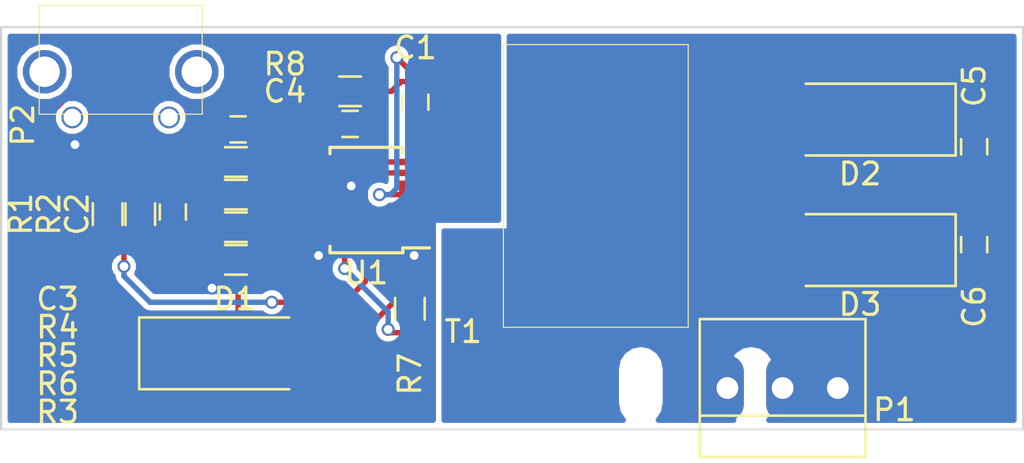
<source format=kicad_pcb>
(kicad_pcb (version 4) (host pcbnew 4.0.6)

  (general
    (links 50)
    (no_connects 0)
    (area 14.649999 9.625 61.750001 32.395001)
    (thickness 1.6)
    (drawings 4)
    (tracks 176)
    (zones 0)
    (modules 21)
    (nets 21)
  )

  (page USLetter)
  (layers
    (0 F.Cu signal)
    (31 B.Cu signal hide)
    (32 B.Adhes user hide)
    (33 F.Adhes user hide)
    (34 B.Paste user)
    (35 F.Paste user)
    (36 B.SilkS user)
    (37 F.SilkS user)
    (38 B.Mask user)
    (39 F.Mask user)
    (40 Dwgs.User user hide)
    (41 Cmts.User user hide)
    (42 Eco1.User user hide)
    (43 Eco2.User user hide)
    (44 Edge.Cuts user)
    (45 Margin user hide)
    (46 B.CrtYd user hide)
    (47 F.CrtYd user hide)
    (48 B.Fab user hide)
    (49 F.Fab user hide)
  )

  (setup
    (last_trace_width 0.25)
    (trace_clearance 0.15)
    (zone_clearance 0.25)
    (zone_45_only yes)
    (trace_min 0.2)
    (segment_width 0.2)
    (edge_width 0.1)
    (via_size 0.6)
    (via_drill 0.4)
    (via_min_size 0.4)
    (via_min_drill 0.3)
    (uvia_size 0.3)
    (uvia_drill 0.1)
    (uvias_allowed no)
    (uvia_min_size 0.2)
    (uvia_min_drill 0.1)
    (pcb_text_width 0.3)
    (pcb_text_size 1.5 1.5)
    (mod_edge_width 0.15)
    (mod_text_size 1 1)
    (mod_text_width 0.15)
    (pad_size 0.9 3)
    (pad_drill 0)
    (pad_to_mask_clearance 0)
    (aux_axis_origin 14.7 30.8)
    (grid_origin 14.7 30.8)
    (visible_elements 7FFFFFFF)
    (pcbplotparams
      (layerselection 0x010fc_80000001)
      (usegerberextensions true)
      (excludeedgelayer true)
      (linewidth 0.100000)
      (plotframeref false)
      (viasonmask false)
      (mode 1)
      (useauxorigin true)
      (hpglpennumber 1)
      (hpglpenspeed 20)
      (hpglpendiameter 15)
      (hpglpenoverlay 2)
      (psnegative false)
      (psa4output false)
      (plotreference true)
      (plotvalue true)
      (plotinvisibletext false)
      (padsonsilk false)
      (subtractmaskfromsilk false)
      (outputformat 1)
      (mirror false)
      (drillshape 0)
      (scaleselection 1)
      (outputdirectory ""))
  )

  (net 0 "")
  (net 1 /Vcc)
  (net 2 /GND)
  (net 3 /vc2)
  (net 4 /ss)
  (net 5 /swfb)
  (net 6 /pos-out)
  (net 7 /gnd-out)
  (net 8 /neg-out)
  (net 9 /switch)
  (net 10 "Net-(D2-Pad2)")
  (net 11 "Net-(D3-Pad2)")
  (net 12 "Net-(P2-Pad2)")
  (net 13 "Net-(P2-Pad3)")
  (net 14 /pwr-in)
  (net 15 /tc)
  (net 16 /rlim)
  (net 17 /vc)
  (net 18 /Rref)
  (net 19 /fb)
  (net 20 "Net-(T1-Pad2)")

  (net_class Default "This is the default net class."
    (clearance 0.15)
    (trace_width 0.25)
    (via_dia 0.6)
    (via_drill 0.4)
    (uvia_dia 0.3)
    (uvia_drill 0.1)
    (add_net /GND)
    (add_net /Rref)
    (add_net /Vcc)
    (add_net /fb)
    (add_net /gnd-out)
    (add_net /neg-out)
    (add_net /pos-out)
    (add_net /pwr-in)
    (add_net /rlim)
    (add_net /ss)
    (add_net /swfb)
    (add_net /switch)
    (add_net /tc)
    (add_net /vc)
    (add_net /vc2)
    (add_net "Net-(D2-Pad2)")
    (add_net "Net-(D3-Pad2)")
    (add_net "Net-(P2-Pad2)")
    (add_net "Net-(P2-Pad3)")
    (add_net "Net-(T1-Pad2)")
  )

  (module Capacitors_SMD:C_0603_HandSoldering (layer F.Cu) (tedit 592B17DC) (tstamp 592B124C)
    (at 33.75 15.75 270)
    (descr "Capacitor SMD 0603, hand soldering")
    (tags "capacitor 0603")
    (path /5913E910)
    (attr smd)
    (fp_text reference C1 (at -2.5 0 360) (layer F.SilkS)
      (effects (font (size 1 1) (thickness 0.15)))
    )
    (fp_text value 10u (at 0 0 270) (layer F.Fab)
      (effects (font (size 0.5 0.5) (thickness 0.075)))
    )
    (fp_text user %R (at -2.75 0 270) (layer F.Fab)
      (effects (font (size 1 1) (thickness 0.15)))
    )
    (fp_line (start -0.8 0.4) (end -0.8 -0.4) (layer F.Fab) (width 0.1))
    (fp_line (start 0.8 0.4) (end -0.8 0.4) (layer F.Fab) (width 0.1))
    (fp_line (start 0.8 -0.4) (end 0.8 0.4) (layer F.Fab) (width 0.1))
    (fp_line (start -0.8 -0.4) (end 0.8 -0.4) (layer F.Fab) (width 0.1))
    (fp_line (start -0.35 -0.6) (end 0.35 -0.6) (layer F.SilkS) (width 0.12))
    (fp_line (start 0.35 0.6) (end -0.35 0.6) (layer F.SilkS) (width 0.12))
    (fp_line (start -1.8 -0.65) (end 1.8 -0.65) (layer F.CrtYd) (width 0.05))
    (fp_line (start -1.8 -0.65) (end -1.8 0.65) (layer F.CrtYd) (width 0.05))
    (fp_line (start 1.8 0.65) (end 1.8 -0.65) (layer F.CrtYd) (width 0.05))
    (fp_line (start 1.8 0.65) (end -1.8 0.65) (layer F.CrtYd) (width 0.05))
    (pad 1 smd rect (at -0.95 0 270) (size 1.2 0.75) (layers F.Cu F.Paste F.Mask)
      (net 1 /Vcc))
    (pad 2 smd rect (at 0.95 0 270) (size 1.2 0.75) (layers F.Cu F.Paste F.Mask)
      (net 2 /GND))
    (model Capacitors_SMD.3dshapes/C_0603.wrl
      (at (xyz 0 0 0))
      (scale (xyz 1 1 1))
      (rotate (xyz 0 0 0))
    )
  )

  (module Capacitors_SMD:C_0603_HandSoldering (layer F.Cu) (tedit 592B4429) (tstamp 592B125D)
    (at 22.6 20.8 270)
    (descr "Capacitor SMD 0603, hand soldering")
    (tags "capacitor 0603")
    (path /5913F1B0)
    (attr smd)
    (fp_text reference C2 (at 0.1 4.4 270) (layer F.SilkS)
      (effects (font (size 1 1) (thickness 0.15)))
    )
    (fp_text value 10n (at 0 0 270) (layer F.Fab)
      (effects (font (size 0.5 0.5) (thickness 0.075)))
    )
    (fp_text user %R (at 0 -1.25 270) (layer F.Fab)
      (effects (font (size 1 1) (thickness 0.15)))
    )
    (fp_line (start -0.8 0.4) (end -0.8 -0.4) (layer F.Fab) (width 0.1))
    (fp_line (start 0.8 0.4) (end -0.8 0.4) (layer F.Fab) (width 0.1))
    (fp_line (start 0.8 -0.4) (end 0.8 0.4) (layer F.Fab) (width 0.1))
    (fp_line (start -0.8 -0.4) (end 0.8 -0.4) (layer F.Fab) (width 0.1))
    (fp_line (start -0.35 -0.6) (end 0.35 -0.6) (layer F.SilkS) (width 0.12))
    (fp_line (start 0.35 0.6) (end -0.35 0.6) (layer F.SilkS) (width 0.12))
    (fp_line (start -1.8 -0.65) (end 1.8 -0.65) (layer F.CrtYd) (width 0.05))
    (fp_line (start -1.8 -0.65) (end -1.8 0.65) (layer F.CrtYd) (width 0.05))
    (fp_line (start 1.8 0.65) (end 1.8 -0.65) (layer F.CrtYd) (width 0.05))
    (fp_line (start 1.8 0.65) (end -1.8 0.65) (layer F.CrtYd) (width 0.05))
    (pad 1 smd rect (at -0.95 0 270) (size 1.2 0.75) (layers F.Cu F.Paste F.Mask)
      (net 3 /vc2))
    (pad 2 smd rect (at 0.95 0 270) (size 1.2 0.75) (layers F.Cu F.Paste F.Mask)
      (net 2 /GND))
    (model Capacitors_SMD.3dshapes/C_0603.wrl
      (at (xyz 0 0 0))
      (scale (xyz 1 1 1))
      (rotate (xyz 0 0 0))
    )
  )

  (module Capacitors_SMD:C_0603_HandSoldering (layer F.Cu) (tedit 592B192E) (tstamp 592B126E)
    (at 25.6 17 180)
    (descr "Capacitor SMD 0603, hand soldering")
    (tags "capacitor 0603")
    (path /5913F1E8)
    (attr smd)
    (fp_text reference C3 (at 8.3 -7.8 180) (layer F.SilkS)
      (effects (font (size 1 1) (thickness 0.15)))
    )
    (fp_text value 10n (at 0 0 180) (layer F.Fab)
      (effects (font (size 0.5 0.5) (thickness 0.075)))
    )
    (fp_text user %R (at 0 -1.25 180) (layer F.Fab)
      (effects (font (size 1 1) (thickness 0.15)))
    )
    (fp_line (start -0.8 0.4) (end -0.8 -0.4) (layer F.Fab) (width 0.1))
    (fp_line (start 0.8 0.4) (end -0.8 0.4) (layer F.Fab) (width 0.1))
    (fp_line (start 0.8 -0.4) (end 0.8 0.4) (layer F.Fab) (width 0.1))
    (fp_line (start -0.8 -0.4) (end 0.8 -0.4) (layer F.Fab) (width 0.1))
    (fp_line (start -0.35 -0.6) (end 0.35 -0.6) (layer F.SilkS) (width 0.12))
    (fp_line (start 0.35 0.6) (end -0.35 0.6) (layer F.SilkS) (width 0.12))
    (fp_line (start -1.8 -0.65) (end 1.8 -0.65) (layer F.CrtYd) (width 0.05))
    (fp_line (start -1.8 -0.65) (end -1.8 0.65) (layer F.CrtYd) (width 0.05))
    (fp_line (start 1.8 0.65) (end 1.8 -0.65) (layer F.CrtYd) (width 0.05))
    (fp_line (start 1.8 0.65) (end -1.8 0.65) (layer F.CrtYd) (width 0.05))
    (pad 1 smd rect (at -0.95 0 180) (size 1.2 0.75) (layers F.Cu F.Paste F.Mask)
      (net 4 /ss))
    (pad 2 smd rect (at 0.95 0 180) (size 1.2 0.75) (layers F.Cu F.Paste F.Mask)
      (net 2 /GND))
    (model Capacitors_SMD.3dshapes/C_0603.wrl
      (at (xyz 0 0 0))
      (scale (xyz 1 1 1))
      (rotate (xyz 0 0 0))
    )
  )

  (module Capacitors_SMD:C_0603_HandSoldering (layer F.Cu) (tedit 592B17A4) (tstamp 592B127F)
    (at 30.75 16.75 180)
    (descr "Capacitor SMD 0603, hand soldering")
    (tags "capacitor 0603")
    (path /59140FD0)
    (attr smd)
    (fp_text reference C4 (at 3 1.5 180) (layer F.SilkS)
      (effects (font (size 1 1) (thickness 0.15)))
    )
    (fp_text value 220n (at 0 0 180) (layer F.Fab)
      (effects (font (size 0.5 0.5) (thickness 0.075)))
    )
    (fp_text user %R (at 0 -1.25 180) (layer F.Fab)
      (effects (font (size 1 1) (thickness 0.15)))
    )
    (fp_line (start -0.8 0.4) (end -0.8 -0.4) (layer F.Fab) (width 0.1))
    (fp_line (start 0.8 0.4) (end -0.8 0.4) (layer F.Fab) (width 0.1))
    (fp_line (start 0.8 -0.4) (end 0.8 0.4) (layer F.Fab) (width 0.1))
    (fp_line (start -0.8 -0.4) (end 0.8 -0.4) (layer F.Fab) (width 0.1))
    (fp_line (start -0.35 -0.6) (end 0.35 -0.6) (layer F.SilkS) (width 0.12))
    (fp_line (start 0.35 0.6) (end -0.35 0.6) (layer F.SilkS) (width 0.12))
    (fp_line (start -1.8 -0.65) (end 1.8 -0.65) (layer F.CrtYd) (width 0.05))
    (fp_line (start -1.8 -0.65) (end -1.8 0.65) (layer F.CrtYd) (width 0.05))
    (fp_line (start 1.8 0.65) (end 1.8 -0.65) (layer F.CrtYd) (width 0.05))
    (fp_line (start 1.8 0.65) (end -1.8 0.65) (layer F.CrtYd) (width 0.05))
    (pad 1 smd rect (at -0.95 0 180) (size 1.2 0.75) (layers F.Cu F.Paste F.Mask)
      (net 1 /Vcc))
    (pad 2 smd rect (at 0.95 0 180) (size 1.2 0.75) (layers F.Cu F.Paste F.Mask)
      (net 5 /swfb))
    (model Capacitors_SMD.3dshapes/C_0603.wrl
      (at (xyz 0 0 0))
      (scale (xyz 1 1 1))
      (rotate (xyz 0 0 0))
    )
  )

  (module Capacitors_SMD:C_0603_HandSoldering (layer F.Cu) (tedit 592B1E0D) (tstamp 592B1290)
    (at 59.45 17.8 270)
    (descr "Capacitor SMD 0603, hand soldering")
    (tags "capacitor 0603")
    (path /59143BF6)
    (attr smd)
    (fp_text reference C5 (at -2.8 0 270) (layer F.SilkS)
      (effects (font (size 1 1) (thickness 0.15)))
    )
    (fp_text value 22u (at 0 0 270) (layer F.Fab)
      (effects (font (size 0.5 0.5) (thickness 0.075)))
    )
    (fp_text user %R (at 0 -1.25 270) (layer F.Fab)
      (effects (font (size 1 1) (thickness 0.15)))
    )
    (fp_line (start -0.8 0.4) (end -0.8 -0.4) (layer F.Fab) (width 0.1))
    (fp_line (start 0.8 0.4) (end -0.8 0.4) (layer F.Fab) (width 0.1))
    (fp_line (start 0.8 -0.4) (end 0.8 0.4) (layer F.Fab) (width 0.1))
    (fp_line (start -0.8 -0.4) (end 0.8 -0.4) (layer F.Fab) (width 0.1))
    (fp_line (start -0.35 -0.6) (end 0.35 -0.6) (layer F.SilkS) (width 0.12))
    (fp_line (start 0.35 0.6) (end -0.35 0.6) (layer F.SilkS) (width 0.12))
    (fp_line (start -1.8 -0.65) (end 1.8 -0.65) (layer F.CrtYd) (width 0.05))
    (fp_line (start -1.8 -0.65) (end -1.8 0.65) (layer F.CrtYd) (width 0.05))
    (fp_line (start 1.8 0.65) (end 1.8 -0.65) (layer F.CrtYd) (width 0.05))
    (fp_line (start 1.8 0.65) (end -1.8 0.65) (layer F.CrtYd) (width 0.05))
    (pad 1 smd rect (at -0.95 0 270) (size 1.2 0.75) (layers F.Cu F.Paste F.Mask)
      (net 6 /pos-out))
    (pad 2 smd rect (at 0.95 0 270) (size 1.2 0.75) (layers F.Cu F.Paste F.Mask)
      (net 7 /gnd-out))
    (model Capacitors_SMD.3dshapes/C_0603.wrl
      (at (xyz 0 0 0))
      (scale (xyz 1 1 1))
      (rotate (xyz 0 0 0))
    )
  )

  (module Capacitors_SMD:C_0603_HandSoldering (layer F.Cu) (tedit 592B1E09) (tstamp 592B12A1)
    (at 59.45 22.3 270)
    (descr "Capacitor SMD 0603, hand soldering")
    (tags "capacitor 0603")
    (path /59143C2F)
    (attr smd)
    (fp_text reference C6 (at 2.85 0 270) (layer F.SilkS)
      (effects (font (size 1 1) (thickness 0.15)))
    )
    (fp_text value 22u (at 0 0 270) (layer F.Fab)
      (effects (font (size 0.5 0.5) (thickness 0.075)))
    )
    (fp_text user %R (at 0 -1.25 270) (layer F.Fab)
      (effects (font (size 1 1) (thickness 0.15)))
    )
    (fp_line (start -0.8 0.4) (end -0.8 -0.4) (layer F.Fab) (width 0.1))
    (fp_line (start 0.8 0.4) (end -0.8 0.4) (layer F.Fab) (width 0.1))
    (fp_line (start 0.8 -0.4) (end 0.8 0.4) (layer F.Fab) (width 0.1))
    (fp_line (start -0.8 -0.4) (end 0.8 -0.4) (layer F.Fab) (width 0.1))
    (fp_line (start -0.35 -0.6) (end 0.35 -0.6) (layer F.SilkS) (width 0.12))
    (fp_line (start 0.35 0.6) (end -0.35 0.6) (layer F.SilkS) (width 0.12))
    (fp_line (start -1.8 -0.65) (end 1.8 -0.65) (layer F.CrtYd) (width 0.05))
    (fp_line (start -1.8 -0.65) (end -1.8 0.65) (layer F.CrtYd) (width 0.05))
    (fp_line (start 1.8 0.65) (end 1.8 -0.65) (layer F.CrtYd) (width 0.05))
    (fp_line (start 1.8 0.65) (end -1.8 0.65) (layer F.CrtYd) (width 0.05))
    (pad 1 smd rect (at -0.95 0 270) (size 1.2 0.75) (layers F.Cu F.Paste F.Mask)
      (net 7 /gnd-out))
    (pad 2 smd rect (at 0.95 0 270) (size 1.2 0.75) (layers F.Cu F.Paste F.Mask)
      (net 8 /neg-out))
    (model Capacitors_SMD.3dshapes/C_0603.wrl
      (at (xyz 0 0 0))
      (scale (xyz 1 1 1))
      (rotate (xyz 0 0 0))
    )
  )

  (module Connect:PINHEAD1-3 (layer F.Cu) (tedit 592B46B1) (tstamp 592B12F9)
    (at 53.181 28.895 180)
    (path /5914574F)
    (fp_text reference P1 (at -2.6 -1 180) (layer F.SilkS)
      (effects (font (size 1 1) (thickness 0.15)))
    )
    (fp_text value CONN_01X03 (at 2.5 0.1 180) (layer F.Fab)
      (effects (font (size 0.5 0.5) (thickness 0.075)))
    )
    (fp_line (start -1.27 -3.17) (end -1.27 3.17) (layer F.SilkS) (width 0.12))
    (fp_line (start 6.35 -3.17) (end 6.35 3.17) (layer F.SilkS) (width 0.12))
    (fp_line (start 6.35 -1.27) (end -1.27 -1.27) (layer F.SilkS) (width 0.12))
    (fp_line (start -1.27 -3.17) (end 6.35 -3.17) (layer F.SilkS) (width 0.12))
    (fp_line (start 6.35 3.17) (end -1.27 3.17) (layer F.SilkS) (width 0.12))
    (fp_line (start -1.52 -3.42) (end 6.6 -3.42) (layer F.CrtYd) (width 0.05))
    (fp_line (start -1.52 -3.42) (end -1.52 3.42) (layer F.CrtYd) (width 0.05))
    (fp_line (start 6.6 3.42) (end 6.6 -3.42) (layer F.CrtYd) (width 0.05))
    (fp_line (start 6.6 3.42) (end -1.52 3.42) (layer F.CrtYd) (width 0.05))
    (pad 1 thru_hole oval (at 0 0 180) (size 1.51 3.01) (drill 1) (layers *.Cu *.Mask)
      (net 6 /pos-out))
    (pad 2 thru_hole oval (at 2.54 0 180) (size 1.51 3.01) (drill 1) (layers *.Cu *.Mask)
      (net 7 /gnd-out))
    (pad 3 thru_hole oval (at 5.08 0 180) (size 1.51 3.01) (drill 1) (layers *.Cu *.Mask)
      (net 8 /neg-out))
  )

  (module MyComponents:USB_Micro-B_UJ2-MIBH2-4-SMT_CircMounts (layer F.Cu) (tedit 592B472D) (tstamp 592B130B)
    (at 20.2 11.3 270)
    (descr "Micro USB Type B Receptacle - CUI Inc. UJ2-MIBH2-4-SMT-TR")
    (tags "USB USB_B USB_micro USB_OTG")
    (path /59146EA7)
    (attr smd)
    (fp_text reference P2 (at 5.5 4.5 270) (layer F.SilkS)
      (effects (font (size 1 1) (thickness 0.15)))
    )
    (fp_text value USB_B (at -0.75 0 360) (layer F.Fab) hide
      (effects (font (size 1 1) (thickness 0.15)))
    )
    (fp_line (start 0 3.75) (end 5 3.75) (layer F.SilkS) (width 0.05))
    (fp_line (start 0 -3.75) (end 5 -3.75) (layer F.SilkS) (width 0.05))
    (fp_line (start 5 3.75) (end 5 -3.75) (layer F.SilkS) (width 0.05))
    (fp_line (start 0 3.75) (end 0 -3.75) (layer F.SilkS) (width 0.05))
    (pad 1 smd rect (at 4.675 -1.3 270) (size 1.35 0.4) (layers F.Cu F.Paste F.Mask)
      (net 1 /Vcc))
    (pad 2 smd rect (at 4.675 -0.65 270) (size 1.35 0.4) (layers F.Cu F.Paste F.Mask)
      (net 12 "Net-(P2-Pad2)"))
    (pad 3 smd rect (at 4.675 0 270) (size 1.35 0.4) (layers F.Cu F.Paste F.Mask)
      (net 13 "Net-(P2-Pad3)"))
    (pad 4 smd rect (at 4.675 0.65 270) (size 1.35 0.4) (layers F.Cu F.Paste F.Mask)
      (net 2 /GND))
    (pad 5 smd rect (at 4.675 1.3 270) (size 1.35 0.4) (layers F.Cu F.Paste F.Mask)
      (net 2 /GND))
    (pad 7 thru_hole circle (at 5.15 2.225 270) (size 1 1) (drill 0.8) (layers *.Cu *.Mask)
      (clearance 0.01))
    (pad 7 thru_hole circle (at 5.15 -2.225 270) (size 1 1) (drill 0.8) (layers *.Cu *.Mask)
      (clearance 0.01))
    (pad 7 thru_hole circle (at 3.05 3.5 270) (size 2 2) (drill 1.4) (layers *.Cu *.Mask))
    (pad 7 thru_hole circle (at 3.05 -3.5 270) (size 2 2) (drill 1.4) (layers *.Cu *.Mask))
    (pad 6 smd rect (at 3.05 0 270) (size 0.9 3) (layers F.Cu F.Paste F.Mask))
  )

  (module Resistors_SMD:R_0603_HandSoldering (layer F.Cu) (tedit 592B4425) (tstamp 592B131C)
    (at 19.6 20.9 90)
    (descr "Resistor SMD 0603, hand soldering")
    (tags "resistor 0603")
    (path /5913E9D0)
    (attr smd)
    (fp_text reference R1 (at 0 -4 90) (layer F.SilkS)
      (effects (font (size 1 1) (thickness 0.15)))
    )
    (fp_text value 200k (at 0 0 90) (layer F.Fab)
      (effects (font (size 0.5 0.5) (thickness 0.075)))
    )
    (fp_text user %R (at 0 0 90) (layer F.Fab)
      (effects (font (size 0.5 0.5) (thickness 0.075)))
    )
    (fp_line (start -0.8 0.4) (end -0.8 -0.4) (layer F.Fab) (width 0.1))
    (fp_line (start 0.8 0.4) (end -0.8 0.4) (layer F.Fab) (width 0.1))
    (fp_line (start 0.8 -0.4) (end 0.8 0.4) (layer F.Fab) (width 0.1))
    (fp_line (start -0.8 -0.4) (end 0.8 -0.4) (layer F.Fab) (width 0.1))
    (fp_line (start 0.5 0.68) (end -0.5 0.68) (layer F.SilkS) (width 0.12))
    (fp_line (start -0.5 -0.68) (end 0.5 -0.68) (layer F.SilkS) (width 0.12))
    (fp_line (start -1.96 -0.7) (end 1.95 -0.7) (layer F.CrtYd) (width 0.05))
    (fp_line (start -1.96 -0.7) (end -1.96 0.7) (layer F.CrtYd) (width 0.05))
    (fp_line (start 1.95 0.7) (end 1.95 -0.7) (layer F.CrtYd) (width 0.05))
    (fp_line (start 1.95 0.7) (end -1.96 0.7) (layer F.CrtYd) (width 0.05))
    (pad 1 smd rect (at -1.1 0 90) (size 1.2 0.9) (layers F.Cu F.Paste F.Mask)
      (net 1 /Vcc))
    (pad 2 smd rect (at 1.1 0 90) (size 1.2 0.9) (layers F.Cu F.Paste F.Mask)
      (net 14 /pwr-in))
    (model ${KISYS3DMOD}/Resistors_SMD.3dshapes/R_0603.wrl
      (at (xyz 0 0 0))
      (scale (xyz 1 1 1))
      (rotate (xyz 0 0 0))
    )
  )

  (module Resistors_SMD:R_0603_HandSoldering (layer F.Cu) (tedit 592B4427) (tstamp 592B132D)
    (at 21.1 20.9 270)
    (descr "Resistor SMD 0603, hand soldering")
    (tags "resistor 0603")
    (path /5913EA0F)
    (attr smd)
    (fp_text reference R2 (at 0 4.2 270) (layer F.SilkS)
      (effects (font (size 1 1) (thickness 0.15)))
    )
    (fp_text value 90.9k (at -0.25 0 270) (layer F.Fab)
      (effects (font (size 0.5 0.5) (thickness 0.075)))
    )
    (fp_text user %R (at 0 0 270) (layer F.Fab)
      (effects (font (size 0.5 0.5) (thickness 0.075)))
    )
    (fp_line (start -0.8 0.4) (end -0.8 -0.4) (layer F.Fab) (width 0.1))
    (fp_line (start 0.8 0.4) (end -0.8 0.4) (layer F.Fab) (width 0.1))
    (fp_line (start 0.8 -0.4) (end 0.8 0.4) (layer F.Fab) (width 0.1))
    (fp_line (start -0.8 -0.4) (end 0.8 -0.4) (layer F.Fab) (width 0.1))
    (fp_line (start 0.5 0.68) (end -0.5 0.68) (layer F.SilkS) (width 0.12))
    (fp_line (start -0.5 -0.68) (end 0.5 -0.68) (layer F.SilkS) (width 0.12))
    (fp_line (start -1.96 -0.7) (end 1.95 -0.7) (layer F.CrtYd) (width 0.05))
    (fp_line (start -1.96 -0.7) (end -1.96 0.7) (layer F.CrtYd) (width 0.05))
    (fp_line (start 1.95 0.7) (end 1.95 -0.7) (layer F.CrtYd) (width 0.05))
    (fp_line (start 1.95 0.7) (end -1.96 0.7) (layer F.CrtYd) (width 0.05))
    (pad 1 smd rect (at -1.1 0 270) (size 1.2 0.9) (layers F.Cu F.Paste F.Mask)
      (net 14 /pwr-in))
    (pad 2 smd rect (at 1.1 0 270) (size 1.2 0.9) (layers F.Cu F.Paste F.Mask)
      (net 2 /GND))
    (model ${KISYS3DMOD}/Resistors_SMD.3dshapes/R_0603.wrl
      (at (xyz 0 0 0))
      (scale (xyz 1 1 1))
      (rotate (xyz 0 0 0))
    )
  )

  (module Resistors_SMD:R_0603_HandSoldering (layer F.Cu) (tedit 592B191F) (tstamp 592B133E)
    (at 25.5 23 180)
    (descr "Resistor SMD 0603, hand soldering")
    (tags "resistor 0603")
    (path /5913EF08)
    (attr smd)
    (fp_text reference R3 (at 8.2 -7 180) (layer F.SilkS)
      (effects (font (size 1 1) (thickness 0.15)))
    )
    (fp_text value 80.6k (at 0 0 180) (layer F.Fab)
      (effects (font (size 0.5 0.5) (thickness 0.075)))
    )
    (fp_line (start -0.8 0.4) (end -0.8 -0.4) (layer F.Fab) (width 0.1))
    (fp_line (start 0.8 0.4) (end -0.8 0.4) (layer F.Fab) (width 0.1))
    (fp_line (start 0.8 -0.4) (end 0.8 0.4) (layer F.Fab) (width 0.1))
    (fp_line (start -0.8 -0.4) (end 0.8 -0.4) (layer F.Fab) (width 0.1))
    (fp_line (start 0.5 0.68) (end -0.5 0.68) (layer F.SilkS) (width 0.12))
    (fp_line (start -0.5 -0.68) (end 0.5 -0.68) (layer F.SilkS) (width 0.12))
    (fp_line (start -1.96 -0.7) (end 1.95 -0.7) (layer F.CrtYd) (width 0.05))
    (fp_line (start -1.96 -0.7) (end -1.96 0.7) (layer F.CrtYd) (width 0.05))
    (fp_line (start 1.95 0.7) (end 1.95 -0.7) (layer F.CrtYd) (width 0.05))
    (fp_line (start 1.95 0.7) (end -1.96 0.7) (layer F.CrtYd) (width 0.05))
    (pad 1 smd rect (at -1.1 0 180) (size 1.2 0.9) (layers F.Cu F.Paste F.Mask)
      (net 15 /tc))
    (pad 2 smd rect (at 1.1 0 180) (size 1.2 0.9) (layers F.Cu F.Paste F.Mask)
      (net 2 /GND))
    (model ${KISYS3DMOD}/Resistors_SMD.3dshapes/R_0603.wrl
      (at (xyz 0 0 0))
      (scale (xyz 1 1 1))
      (rotate (xyz 0 0 0))
    )
  )

  (module Resistors_SMD:R_0603_HandSoldering (layer F.Cu) (tedit 592B1928) (tstamp 592B134F)
    (at 25.5 18.5 180)
    (descr "Resistor SMD 0603, hand soldering")
    (tags "resistor 0603")
    (path /5913EF2F)
    (attr smd)
    (fp_text reference R4 (at 8.2 -7.6 180) (layer F.SilkS)
      (effects (font (size 1 1) (thickness 0.15)))
    )
    (fp_text value 10k (at 0 0 180) (layer F.Fab)
      (effects (font (size 0.5 0.5) (thickness 0.075)))
    )
    (fp_text user %R (at 0 0 180) (layer F.Fab)
      (effects (font (size 0.5 0.5) (thickness 0.075)))
    )
    (fp_line (start -0.8 0.4) (end -0.8 -0.4) (layer F.Fab) (width 0.1))
    (fp_line (start 0.8 0.4) (end -0.8 0.4) (layer F.Fab) (width 0.1))
    (fp_line (start 0.8 -0.4) (end 0.8 0.4) (layer F.Fab) (width 0.1))
    (fp_line (start -0.8 -0.4) (end 0.8 -0.4) (layer F.Fab) (width 0.1))
    (fp_line (start 0.5 0.68) (end -0.5 0.68) (layer F.SilkS) (width 0.12))
    (fp_line (start -0.5 -0.68) (end 0.5 -0.68) (layer F.SilkS) (width 0.12))
    (fp_line (start -1.96 -0.7) (end 1.95 -0.7) (layer F.CrtYd) (width 0.05))
    (fp_line (start -1.96 -0.7) (end -1.96 0.7) (layer F.CrtYd) (width 0.05))
    (fp_line (start 1.95 0.7) (end 1.95 -0.7) (layer F.CrtYd) (width 0.05))
    (fp_line (start 1.95 0.7) (end -1.96 0.7) (layer F.CrtYd) (width 0.05))
    (pad 1 smd rect (at -1.1 0 180) (size 1.2 0.9) (layers F.Cu F.Paste F.Mask)
      (net 16 /rlim))
    (pad 2 smd rect (at 1.1 0 180) (size 1.2 0.9) (layers F.Cu F.Paste F.Mask)
      (net 2 /GND))
    (model ${KISYS3DMOD}/Resistors_SMD.3dshapes/R_0603.wrl
      (at (xyz 0 0 0))
      (scale (xyz 1 1 1))
      (rotate (xyz 0 0 0))
    )
  )

  (module Resistors_SMD:R_0603_HandSoldering (layer F.Cu) (tedit 592B1926) (tstamp 592B1360)
    (at 25.5 20 180)
    (descr "Resistor SMD 0603, hand soldering")
    (tags "resistor 0603")
    (path /5913EF5C)
    (attr smd)
    (fp_text reference R5 (at 8.2 -7.4 180) (layer F.SilkS)
      (effects (font (size 1 1) (thickness 0.15)))
    )
    (fp_text value 56.2k (at 0 0 180) (layer F.Fab)
      (effects (font (size 0.5 0.5) (thickness 0.075)))
    )
    (fp_text user %R (at 0 0 180) (layer F.Fab)
      (effects (font (size 0.5 0.5) (thickness 0.075)))
    )
    (fp_line (start -0.8 0.4) (end -0.8 -0.4) (layer F.Fab) (width 0.1))
    (fp_line (start 0.8 0.4) (end -0.8 0.4) (layer F.Fab) (width 0.1))
    (fp_line (start 0.8 -0.4) (end 0.8 0.4) (layer F.Fab) (width 0.1))
    (fp_line (start -0.8 -0.4) (end 0.8 -0.4) (layer F.Fab) (width 0.1))
    (fp_line (start 0.5 0.68) (end -0.5 0.68) (layer F.SilkS) (width 0.12))
    (fp_line (start -0.5 -0.68) (end 0.5 -0.68) (layer F.SilkS) (width 0.12))
    (fp_line (start -1.96 -0.7) (end 1.95 -0.7) (layer F.CrtYd) (width 0.05))
    (fp_line (start -1.96 -0.7) (end -1.96 0.7) (layer F.CrtYd) (width 0.05))
    (fp_line (start 1.95 0.7) (end 1.95 -0.7) (layer F.CrtYd) (width 0.05))
    (fp_line (start 1.95 0.7) (end -1.96 0.7) (layer F.CrtYd) (width 0.05))
    (pad 1 smd rect (at -1.1 0 180) (size 1.2 0.9) (layers F.Cu F.Paste F.Mask)
      (net 17 /vc))
    (pad 2 smd rect (at 1.1 0 180) (size 1.2 0.9) (layers F.Cu F.Paste F.Mask)
      (net 3 /vc2))
    (model ${KISYS3DMOD}/Resistors_SMD.3dshapes/R_0603.wrl
      (at (xyz 0 0 0))
      (scale (xyz 1 1 1))
      (rotate (xyz 0 0 0))
    )
  )

  (module Resistors_SMD:R_0603_HandSoldering (layer F.Cu) (tedit 592B1923) (tstamp 592B1371)
    (at 25.5 21.5 180)
    (descr "Resistor SMD 0603, hand soldering")
    (tags "resistor 0603")
    (path /5913EF8D)
    (attr smd)
    (fp_text reference R6 (at 8.2 -7.2 180) (layer F.SilkS)
      (effects (font (size 1 1) (thickness 0.15)))
    )
    (fp_text value 6.04k (at 0 0 180) (layer F.Fab)
      (effects (font (size 0.5 0.5) (thickness 0.075)))
    )
    (fp_text user %R (at 0 0 180) (layer F.Fab)
      (effects (font (size 0.5 0.5) (thickness 0.075)))
    )
    (fp_line (start -0.8 0.4) (end -0.8 -0.4) (layer F.Fab) (width 0.1))
    (fp_line (start 0.8 0.4) (end -0.8 0.4) (layer F.Fab) (width 0.1))
    (fp_line (start 0.8 -0.4) (end 0.8 0.4) (layer F.Fab) (width 0.1))
    (fp_line (start -0.8 -0.4) (end 0.8 -0.4) (layer F.Fab) (width 0.1))
    (fp_line (start 0.5 0.68) (end -0.5 0.68) (layer F.SilkS) (width 0.12))
    (fp_line (start -0.5 -0.68) (end 0.5 -0.68) (layer F.SilkS) (width 0.12))
    (fp_line (start -1.96 -0.7) (end 1.95 -0.7) (layer F.CrtYd) (width 0.05))
    (fp_line (start -1.96 -0.7) (end -1.96 0.7) (layer F.CrtYd) (width 0.05))
    (fp_line (start 1.95 0.7) (end 1.95 -0.7) (layer F.CrtYd) (width 0.05))
    (fp_line (start 1.95 0.7) (end -1.96 0.7) (layer F.CrtYd) (width 0.05))
    (pad 1 smd rect (at -1.1 0 180) (size 1.2 0.9) (layers F.Cu F.Paste F.Mask)
      (net 18 /Rref))
    (pad 2 smd rect (at 1.1 0 180) (size 1.2 0.9) (layers F.Cu F.Paste F.Mask)
      (net 2 /GND))
    (model ${KISYS3DMOD}/Resistors_SMD.3dshapes/R_0603.wrl
      (at (xyz 0 0 0))
      (scale (xyz 1 1 1))
      (rotate (xyz 0 0 0))
    )
  )

  (module Resistors_SMD:R_0603_HandSoldering (layer F.Cu) (tedit 592B13F6) (tstamp 592B1382)
    (at 33.5 25.25 270)
    (descr "Resistor SMD 0603, hand soldering")
    (tags "resistor 0603")
    (path /59141278)
    (attr smd)
    (fp_text reference R7 (at 3 0 270) (layer F.SilkS)
      (effects (font (size 1 1) (thickness 0.15)))
    )
    (fp_text value 133k (at 0 0 270) (layer F.Fab)
      (effects (font (size 0.5 0.5) (thickness 0.075)))
    )
    (fp_text user %R (at 0 0 270) (layer F.Fab)
      (effects (font (size 0.5 0.5) (thickness 0.075)))
    )
    (fp_line (start -0.8 0.4) (end -0.8 -0.4) (layer F.Fab) (width 0.1))
    (fp_line (start 0.8 0.4) (end -0.8 0.4) (layer F.Fab) (width 0.1))
    (fp_line (start 0.8 -0.4) (end 0.8 0.4) (layer F.Fab) (width 0.1))
    (fp_line (start -0.8 -0.4) (end 0.8 -0.4) (layer F.Fab) (width 0.1))
    (fp_line (start 0.5 0.68) (end -0.5 0.68) (layer F.SilkS) (width 0.12))
    (fp_line (start -0.5 -0.68) (end 0.5 -0.68) (layer F.SilkS) (width 0.12))
    (fp_line (start -1.96 -0.7) (end 1.95 -0.7) (layer F.CrtYd) (width 0.05))
    (fp_line (start -1.96 -0.7) (end -1.96 0.7) (layer F.CrtYd) (width 0.05))
    (fp_line (start 1.95 0.7) (end 1.95 -0.7) (layer F.CrtYd) (width 0.05))
    (fp_line (start 1.95 0.7) (end -1.96 0.7) (layer F.CrtYd) (width 0.05))
    (pad 1 smd rect (at -1.1 0 270) (size 1.2 0.9) (layers F.Cu F.Paste F.Mask)
      (net 9 /switch))
    (pad 2 smd rect (at 1.1 0 270) (size 1.2 0.9) (layers F.Cu F.Paste F.Mask)
      (net 19 /fb))
    (model ${KISYS3DMOD}/Resistors_SMD.3dshapes/R_0603.wrl
      (at (xyz 0 0 0))
      (scale (xyz 1 1 1))
      (rotate (xyz 0 0 0))
    )
  )

  (module Resistors_SMD:R_0603_HandSoldering (layer F.Cu) (tedit 592B17CF) (tstamp 592B1393)
    (at 30.75 15.25 180)
    (descr "Resistor SMD 0603, hand soldering")
    (tags "resistor 0603")
    (path /59141005)
    (attr smd)
    (fp_text reference R8 (at 3 1.25 180) (layer F.SilkS)
      (effects (font (size 1 1) (thickness 0.15)))
    )
    (fp_text value 2k (at 0 0 180) (layer F.Fab)
      (effects (font (size 0.5 0.5) (thickness 0.075)))
    )
    (fp_text user %R (at 0 0 180) (layer F.Fab)
      (effects (font (size 0.5 0.5) (thickness 0.075)))
    )
    (fp_line (start -0.8 0.4) (end -0.8 -0.4) (layer F.Fab) (width 0.1))
    (fp_line (start 0.8 0.4) (end -0.8 0.4) (layer F.Fab) (width 0.1))
    (fp_line (start 0.8 -0.4) (end 0.8 0.4) (layer F.Fab) (width 0.1))
    (fp_line (start -0.8 -0.4) (end 0.8 -0.4) (layer F.Fab) (width 0.1))
    (fp_line (start 0.5 0.68) (end -0.5 0.68) (layer F.SilkS) (width 0.12))
    (fp_line (start -0.5 -0.68) (end 0.5 -0.68) (layer F.SilkS) (width 0.12))
    (fp_line (start -1.96 -0.7) (end 1.95 -0.7) (layer F.CrtYd) (width 0.05))
    (fp_line (start -1.96 -0.7) (end -1.96 0.7) (layer F.CrtYd) (width 0.05))
    (fp_line (start 1.95 0.7) (end 1.95 -0.7) (layer F.CrtYd) (width 0.05))
    (fp_line (start 1.95 0.7) (end -1.96 0.7) (layer F.CrtYd) (width 0.05))
    (pad 1 smd rect (at -1.1 0 180) (size 1.2 0.9) (layers F.Cu F.Paste F.Mask)
      (net 1 /Vcc))
    (pad 2 smd rect (at 1.1 0 180) (size 1.2 0.9) (layers F.Cu F.Paste F.Mask)
      (net 5 /swfb))
    (model ${KISYS3DMOD}/Resistors_SMD.3dshapes/R_0603.wrl
      (at (xyz 0 0 0))
      (scale (xyz 1 1 1))
      (rotate (xyz 0 0 0))
    )
  )

  (module MyComponents:VPH1 (layer F.Cu) (tedit 592B8A4A) (tstamp 592B13A7)
    (at 37.3 17.1)
    (path /591422C7)
    (fp_text reference T1 (at -1.35 9.2) (layer F.SilkS)
      (effects (font (size 1 1) (thickness 0.15)))
    )
    (fp_text value VersaPAC (at 4.75 -3) (layer F.Fab)
      (effects (font (size 1 1) (thickness 0.15)))
    )
    (fp_line (start 0.5 -4) (end 9 -4) (layer F.SilkS) (width 0.05))
    (fp_line (start 9 -4) (end 9 9) (layer F.SilkS) (width 0.05))
    (fp_line (start 9 9) (end 0.5 9) (layer F.SilkS) (width 0.05))
    (fp_line (start 0.5 9) (end 0.5 -4) (layer F.SilkS) (width 0.05))
    (pad 1 smd rect (at -1.15 -2.6) (size 2.25 1.5) (layers F.Cu F.Paste F.Mask)
      (net 1 /Vcc))
    (pad 2 smd rect (at -1.15 -0.6) (size 2.25 1.5) (layers F.Cu F.Paste F.Mask)
      (net 20 "Net-(T1-Pad2)"))
    (pad 3 smd rect (at -1.15 1.4) (size 2.25 1.5) (layers F.Cu F.Paste F.Mask)
      (net 20 "Net-(T1-Pad2)"))
    (pad 4 smd rect (at -1.15 3.4) (size 2.25 1.5) (layers F.Cu F.Paste F.Mask)
      (net 9 /switch))
    (pad 5 smd rect (at -1.15 5.4) (size 2.25 1.5) (layers F.Cu F.Paste F.Mask)
      (net 11 "Net-(D3-Pad2)"))
    (pad 6 smd rect (at -1.15 7.4) (size 2.25 1.5) (layers F.Cu F.Paste F.Mask)
      (net 8 /neg-out))
    (pad 7 smd rect (at 10.8 7.4) (size 2.25 1.5) (layers F.Cu F.Paste F.Mask)
      (net 8 /neg-out))
    (pad 8 smd rect (at 10.8 5.4) (size 2.25 1.5) (layers F.Cu F.Paste F.Mask)
      (net 11 "Net-(D3-Pad2)"))
    (pad 9 smd rect (at 10.8 3.4) (size 2.25 1.5) (layers F.Cu F.Paste F.Mask)
      (net 7 /gnd-out))
    (pad 10 smd rect (at 10.8 1.4) (size 2.25 1.5) (layers F.Cu F.Paste F.Mask)
      (net 10 "Net-(D2-Pad2)"))
    (pad 11 smd rect (at 10.8 -0.6) (size 2.25 1.5) (layers F.Cu F.Paste F.Mask)
      (net 7 /gnd-out))
    (pad 12 smd rect (at 10.8 -2.6) (size 2.25 1.5) (layers F.Cu F.Paste F.Mask)
      (net 10 "Net-(D2-Pad2)"))
  )

  (module Housings_SSOP:MSOP-16_3x4mm_Pitch0.5mm (layer F.Cu) (tedit 592B14E5) (tstamp 592B13CC)
    (at 31.5 20.25 180)
    (descr "10-Lead Plastic Micro Small Outline Package (MS) [MSOP] (see Microchip Packaging Specification 00000049BS.pdf)")
    (tags "SSOP 0.5")
    (path /5913E68C)
    (attr smd)
    (fp_text reference U1 (at 0 -3.35 180) (layer F.SilkS)
      (effects (font (size 1 1) (thickness 0.15)))
    )
    (fp_text value LT3574 (at 0 0 180) (layer F.Fab)
      (effects (font (size 0.5 0.5) (thickness 0.075)))
    )
    (fp_line (start -0.5 -2) (end 1.5 -2) (layer F.Fab) (width 0.15))
    (fp_line (start 1.5 -2) (end 1.5 2) (layer F.Fab) (width 0.15))
    (fp_line (start 1.5 2) (end -1.5 2) (layer F.Fab) (width 0.15))
    (fp_line (start -1.5 2) (end -1.5 -1) (layer F.Fab) (width 0.15))
    (fp_line (start -1.5 -1) (end -0.5 -2) (layer F.Fab) (width 0.15))
    (fp_line (start -3.15 -2.6) (end -3.15 2.6) (layer F.CrtYd) (width 0.05))
    (fp_line (start 3.15 -2.6) (end 3.15 2.6) (layer F.CrtYd) (width 0.05))
    (fp_line (start -3.15 -2.6) (end 3.15 -2.6) (layer F.CrtYd) (width 0.05))
    (fp_line (start -3.15 2.6) (end 3.15 2.6) (layer F.CrtYd) (width 0.05))
    (fp_line (start -1.675 -2.425) (end -1.675 -2.2) (layer F.SilkS) (width 0.15))
    (fp_line (start 1.675 -2.425) (end 1.675 -2.125) (layer F.SilkS) (width 0.15))
    (fp_line (start 1.675 2.425) (end 1.675 2.125) (layer F.SilkS) (width 0.15))
    (fp_line (start -1.675 2.425) (end -1.675 2.125) (layer F.SilkS) (width 0.15))
    (fp_line (start -1.675 -2.425) (end 1.675 -2.425) (layer F.SilkS) (width 0.15))
    (fp_line (start -1.675 2.425) (end 1.675 2.425) (layer F.SilkS) (width 0.15))
    (fp_line (start -1.675 -2.2) (end -2.9 -2.2) (layer F.SilkS) (width 0.15))
    (fp_text user %R (at 0 0 180) (layer F.Fab)
      (effects (font (size 0.6 0.6) (thickness 0.15)))
    )
    (pad 1 smd rect (at -2.2 -1.75 180) (size 1.4 0.3) (layers F.Cu F.Paste F.Mask)
      (net 2 /GND))
    (pad 2 smd rect (at -2.2 -1.25 180) (size 1.4 0.3) (layers F.Cu F.Paste F.Mask)
      (net 2 /GND))
    (pad 3 smd rect (at -2.2 -0.75 180) (size 1.4 0.3) (layers F.Cu F.Paste F.Mask)
      (net 2 /GND))
    (pad 4 smd rect (at -2.2 -0.25 180) (size 1.4 0.3) (layers F.Cu F.Paste F.Mask)
      (net 9 /switch))
    (pad 5 smd rect (at -2.2 0.25 180) (size 1.4 0.3) (layers F.Cu F.Paste F.Mask)
      (net 1 /Vcc))
    (pad 12 smd rect (at 2.2 0.25 180) (size 1.4 0.3) (layers F.Cu F.Paste F.Mask)
      (net 17 /vc))
    (pad 13 smd rect (at 2.2 -0.25 180) (size 1.4 0.3) (layers F.Cu F.Paste F.Mask)
      (net 19 /fb))
    (pad 14 smd rect (at 2.2 -0.75 180) (size 1.4 0.3) (layers F.Cu F.Paste F.Mask)
      (net 18 /Rref))
    (pad 15 smd rect (at 2.2 -1.25 180) (size 1.4 0.3) (layers F.Cu F.Paste F.Mask)
      (net 15 /tc))
    (pad 16 smd rect (at 2.2 -1.75 180) (size 1.4 0.3) (layers F.Cu F.Paste F.Mask)
      (net 2 /GND))
    (pad 6 smd rect (at -2.2 0.75 180) (size 1.4 0.3) (layers F.Cu F.Paste F.Mask)
      (net 1 /Vcc))
    (pad 7 smd rect (at -2.2 1.25 180) (size 1.4 0.3) (layers F.Cu F.Paste F.Mask)
      (net 14 /pwr-in))
    (pad 8 smd rect (at -2.2 1.75 180) (size 1.4 0.3) (layers F.Cu F.Paste F.Mask)
      (net 2 /GND))
    (pad 11 smd rect (at 2.2 0.75 180) (size 1.4 0.3) (layers F.Cu F.Paste F.Mask)
      (net 16 /rlim))
    (pad 10 smd rect (at 2.2 1.25 180) (size 1.4 0.3) (layers F.Cu F.Paste F.Mask)
      (net 4 /ss))
    (pad 9 smd rect (at 2.2 1.75 180) (size 1.4 0.3) (layers F.Cu F.Paste F.Mask)
      (net 2 /GND))
    (model ${KISYS3DMOD}/Housings_SSOP.3dshapes/MSOP-16_3x4mm_Pitch0.5mm.wrl
      (at (xyz 0 0 0))
      (scale (xyz 1 1 1))
      (rotate (xyz 0 0 0))
    )
  )

  (module Diodes_SMD:D_SMA_Handsoldering (layer F.Cu) (tedit 592B8AD9) (tstamp 592B12D1)
    (at 54.2 16.55 180)
    (descr "Diode SMA Handsoldering")
    (tags "Diode SMA Handsoldering")
    (path /59143688)
    (attr smd)
    (fp_text reference D2 (at 0 -2.5 180) (layer F.SilkS)
      (effects (font (size 1 1) (thickness 0.15)))
    )
    (fp_text value D140 (at 0 0 180) (layer F.Fab)
      (effects (font (size 1 1) (thickness 0.15)))
    )
    (fp_text user %R (at 0 -2.5 180) (layer F.Fab)
      (effects (font (size 1 1) (thickness 0.15)))
    )
    (fp_line (start -4.4 -1.65) (end -4.4 1.65) (layer F.SilkS) (width 0.12))
    (fp_line (start 2.3 1.5) (end -2.3 1.5) (layer F.Fab) (width 0.1))
    (fp_line (start -2.3 1.5) (end -2.3 -1.5) (layer F.Fab) (width 0.1))
    (fp_line (start 2.3 -1.5) (end 2.3 1.5) (layer F.Fab) (width 0.1))
    (fp_line (start 2.3 -1.5) (end -2.3 -1.5) (layer F.Fab) (width 0.1))
    (fp_line (start -4.5 -1.75) (end 4.5 -1.75) (layer F.CrtYd) (width 0.05))
    (fp_line (start 4.5 -1.75) (end 4.5 1.75) (layer F.CrtYd) (width 0.05))
    (fp_line (start 4.5 1.75) (end -4.5 1.75) (layer F.CrtYd) (width 0.05))
    (fp_line (start -4.5 1.75) (end -4.5 -1.75) (layer F.CrtYd) (width 0.05))
    (fp_line (start -0.64944 0.00102) (end -1.55114 0.00102) (layer F.Fab) (width 0.1))
    (fp_line (start 0.50118 0.00102) (end 1.4994 0.00102) (layer F.Fab) (width 0.1))
    (fp_line (start -0.64944 -0.79908) (end -0.64944 0.80112) (layer F.Fab) (width 0.1))
    (fp_line (start 0.50118 0.75032) (end 0.50118 -0.79908) (layer F.Fab) (width 0.1))
    (fp_line (start -0.64944 0.00102) (end 0.50118 0.75032) (layer F.Fab) (width 0.1))
    (fp_line (start -0.64944 0.00102) (end 0.50118 -0.79908) (layer F.Fab) (width 0.1))
    (fp_line (start -4.4 1.65) (end 2.5 1.65) (layer F.SilkS) (width 0.12))
    (fp_line (start -4.4 -1.65) (end 2.5 -1.65) (layer F.SilkS) (width 0.12))
    (pad 1 smd rect (at -2.5 0 180) (size 3.5 1.8) (layers F.Cu F.Paste F.Mask)
      (net 6 /pos-out))
    (pad 2 smd rect (at 2.5 0 180) (size 3.5 1.8) (layers F.Cu F.Paste F.Mask)
      (net 10 "Net-(D2-Pad2)"))
    (model ${KISYS3DMOD}/Diodes_SMD.3dshapes/D_SMA.wrl
      (at (xyz 0 0 0))
      (scale (xyz 1 1 1))
      (rotate (xyz 0 0 0))
    )
  )

  (module Diodes_SMD:D_SMA_Handsoldering (layer F.Cu) (tedit 592B8AD7) (tstamp 592B12E9)
    (at 54.2 22.55 180)
    (descr "Diode SMA Handsoldering")
    (tags "Diode SMA Handsoldering")
    (path /59143EE0)
    (attr smd)
    (fp_text reference D3 (at 0 -2.5 180) (layer F.SilkS)
      (effects (font (size 1 1) (thickness 0.15)))
    )
    (fp_text value D140 (at 0 0 180) (layer F.Fab)
      (effects (font (size 1 1) (thickness 0.15)))
    )
    (fp_text user %R (at 0 -2.5 180) (layer F.Fab)
      (effects (font (size 1 1) (thickness 0.15)))
    )
    (fp_line (start -4.4 -1.65) (end -4.4 1.65) (layer F.SilkS) (width 0.12))
    (fp_line (start 2.3 1.5) (end -2.3 1.5) (layer F.Fab) (width 0.1))
    (fp_line (start -2.3 1.5) (end -2.3 -1.5) (layer F.Fab) (width 0.1))
    (fp_line (start 2.3 -1.5) (end 2.3 1.5) (layer F.Fab) (width 0.1))
    (fp_line (start 2.3 -1.5) (end -2.3 -1.5) (layer F.Fab) (width 0.1))
    (fp_line (start -4.5 -1.75) (end 4.5 -1.75) (layer F.CrtYd) (width 0.05))
    (fp_line (start 4.5 -1.75) (end 4.5 1.75) (layer F.CrtYd) (width 0.05))
    (fp_line (start 4.5 1.75) (end -4.5 1.75) (layer F.CrtYd) (width 0.05))
    (fp_line (start -4.5 1.75) (end -4.5 -1.75) (layer F.CrtYd) (width 0.05))
    (fp_line (start -0.64944 0.00102) (end -1.55114 0.00102) (layer F.Fab) (width 0.1))
    (fp_line (start 0.50118 0.00102) (end 1.4994 0.00102) (layer F.Fab) (width 0.1))
    (fp_line (start -0.64944 -0.79908) (end -0.64944 0.80112) (layer F.Fab) (width 0.1))
    (fp_line (start 0.50118 0.75032) (end 0.50118 -0.79908) (layer F.Fab) (width 0.1))
    (fp_line (start -0.64944 0.00102) (end 0.50118 0.75032) (layer F.Fab) (width 0.1))
    (fp_line (start -0.64944 0.00102) (end 0.50118 -0.79908) (layer F.Fab) (width 0.1))
    (fp_line (start -4.4 1.65) (end 2.5 1.65) (layer F.SilkS) (width 0.12))
    (fp_line (start -4.4 -1.65) (end 2.5 -1.65) (layer F.SilkS) (width 0.12))
    (pad 1 smd rect (at -2.5 0 180) (size 3.5 1.8) (layers F.Cu F.Paste F.Mask)
      (net 7 /gnd-out))
    (pad 2 smd rect (at 2.5 0 180) (size 3.5 1.8) (layers F.Cu F.Paste F.Mask)
      (net 11 "Net-(D3-Pad2)"))
    (model ${KISYS3DMOD}/Diodes_SMD.3dshapes/D_SMA.wrl
      (at (xyz 0 0 0))
      (scale (xyz 1 1 1))
      (rotate (xyz 0 0 0))
    )
  )

  (module Diodes_SMD:D_SMA_Handsoldering (layer F.Cu) (tedit 592B8976) (tstamp 592B12B9)
    (at 25.45 27.3)
    (descr "Diode SMA Handsoldering")
    (tags "Diode SMA Handsoldering")
    (path /59141081)
    (attr smd)
    (fp_text reference D1 (at 0 -2.5) (layer F.SilkS)
      (effects (font (size 1 1) (thickness 0.15)))
    )
    (fp_text value D140 (at 0 0) (layer F.Fab)
      (effects (font (size 1 1) (thickness 0.15)))
    )
    (fp_text user %R (at 0 -2.5) (layer F.Fab)
      (effects (font (size 1 1) (thickness 0.15)))
    )
    (fp_line (start -4.4 -1.65) (end -4.4 1.65) (layer F.SilkS) (width 0.12))
    (fp_line (start 2.3 1.5) (end -2.3 1.5) (layer F.Fab) (width 0.1))
    (fp_line (start -2.3 1.5) (end -2.3 -1.5) (layer F.Fab) (width 0.1))
    (fp_line (start 2.3 -1.5) (end 2.3 1.5) (layer F.Fab) (width 0.1))
    (fp_line (start 2.3 -1.5) (end -2.3 -1.5) (layer F.Fab) (width 0.1))
    (fp_line (start -4.5 -1.75) (end 4.5 -1.75) (layer F.CrtYd) (width 0.05))
    (fp_line (start 4.5 -1.75) (end 4.5 1.75) (layer F.CrtYd) (width 0.05))
    (fp_line (start 4.5 1.75) (end -4.5 1.75) (layer F.CrtYd) (width 0.05))
    (fp_line (start -4.5 1.75) (end -4.5 -1.75) (layer F.CrtYd) (width 0.05))
    (fp_line (start -0.64944 0.00102) (end -1.55114 0.00102) (layer F.Fab) (width 0.1))
    (fp_line (start 0.50118 0.00102) (end 1.4994 0.00102) (layer F.Fab) (width 0.1))
    (fp_line (start -0.64944 -0.79908) (end -0.64944 0.80112) (layer F.Fab) (width 0.1))
    (fp_line (start 0.50118 0.75032) (end 0.50118 -0.79908) (layer F.Fab) (width 0.1))
    (fp_line (start -0.64944 0.00102) (end 0.50118 0.75032) (layer F.Fab) (width 0.1))
    (fp_line (start -0.64944 0.00102) (end 0.50118 -0.79908) (layer F.Fab) (width 0.1))
    (fp_line (start -4.4 1.65) (end 2.5 1.65) (layer F.SilkS) (width 0.12))
    (fp_line (start -4.4 -1.65) (end 2.5 -1.65) (layer F.SilkS) (width 0.12))
    (pad 1 smd rect (at -2.5 0) (size 3.5 1.8) (layers F.Cu F.Paste F.Mask)
      (net 5 /swfb))
    (pad 2 smd rect (at 2.5 0) (size 3.5 1.8) (layers F.Cu F.Paste F.Mask)
      (net 9 /switch))
    (model ${KISYS3DMOD}/Diodes_SMD.3dshapes/D_SMA.wrl
      (at (xyz 0 0 0))
      (scale (xyz 1 1 1))
      (rotate (xyz 0 0 0))
    )
  )

  (gr_line (start 61.7 30.8) (end 14.7 30.8) (angle 90) (layer Edge.Cuts) (width 0.1))
  (gr_line (start 61.7 12.3) (end 61.7 30.8) (angle 90) (layer Edge.Cuts) (width 0.1))
  (gr_line (start 14.7 12.3) (end 61.7 12.3) (angle 90) (layer Edge.Cuts) (width 0.1))
  (gr_line (start 14.7 30.8) (end 14.7 12.3) (angle 90) (layer Edge.Cuts) (width 0.1))

  (segment (start 31.85 15.25) (end 31.85 13.8) (width 0.25) (layer F.Cu) (net 1) (status 10))
  (segment (start 16.75 17.85) (end 18.05 19.15) (width 0.25) (layer F.Cu) (net 1) (tstamp 592B45A7))
  (segment (start 16.75 16.5) (end 16.75 17.85) (width 0.25) (layer F.Cu) (net 1) (tstamp 592B45A5))
  (segment (start 18.15 15.1) (end 16.75 16.5) (width 0.25) (layer F.Cu) (net 1) (tstamp 592B45A4))
  (segment (start 18.15 13.2) (end 18.15 15.1) (width 0.25) (layer F.Cu) (net 1) (tstamp 592B45A2))
  (segment (start 18.55 12.8) (end 18.15 13.2) (width 0.25) (layer F.Cu) (net 1) (tstamp 592B45A1))
  (segment (start 30.85 12.8) (end 18.55 12.8) (width 0.25) (layer F.Cu) (net 1) (tstamp 592B459E))
  (segment (start 31.85 13.8) (end 30.85 12.8) (width 0.25) (layer F.Cu) (net 1) (tstamp 592B459B))
  (segment (start 19.6 22) (end 18.45 22) (width 0.25) (layer F.Cu) (net 1) (status 10))
  (segment (start 18.45 22) (end 18.05 21.6) (width 0.25) (layer F.Cu) (net 1) (tstamp 592B4567))
  (segment (start 18.05 21.6) (end 18.05 19.15) (width 0.25) (layer F.Cu) (net 1) (tstamp 592B4568))
  (segment (start 21.5 17) (end 21.5 15.975) (width 0.25) (layer F.Cu) (net 1) (tstamp 592B456F) (status 20))
  (segment (start 18.05 19.15) (end 19.95 17.25) (width 0.25) (layer F.Cu) (net 1) (tstamp 592B4569))
  (segment (start 19.95 17.25) (end 21.25 17.25) (width 0.25) (layer F.Cu) (net 1) (tstamp 592B456C))
  (segment (start 21.25 17.25) (end 21.5 17) (width 0.25) (layer F.Cu) (net 1) (tstamp 592B456E))
  (segment (start 32.9 13.7) (end 32.9 19.7) (width 0.25) (layer B.Cu) (net 1))
  (segment (start 32.9 19.7) (end 32.6 20) (width 0.25) (layer B.Cu) (net 1) (tstamp 592B2316))
  (segment (start 33.7 20) (end 32.1 20) (width 0.25) (layer F.Cu) (net 1) (status 10))
  (via (at 32.1 20) (size 0.6) (drill 0.4) (layers F.Cu B.Cu) (net 1))
  (segment (start 32.1 20) (end 32.6 20) (width 0.25) (layer B.Cu) (net 1) (tstamp 592B21FC))
  (segment (start 32.9 13.7) (end 33.75 14.55) (width 0.25) (layer F.Cu) (net 1) (tstamp 592B2200) (status 20))
  (via (at 32.9 13.7) (size 0.6) (drill 0.4) (layers F.Cu B.Cu) (net 1))
  (segment (start 33.75 14.55) (end 33.75 14.8) (width 0.25) (layer F.Cu) (net 1) (tstamp 592B2201) (status 30))
  (segment (start 31.85 15.25) (end 31.85 14.95) (width 0.25) (layer F.Cu) (net 1) (status 30))
  (segment (start 33.75 14.8) (end 34.3 14.8) (width 0.25) (layer F.Cu) (net 1) (status 10))
  (segment (start 34.6 14.5) (end 36.15 14.5) (width 0.25) (layer F.Cu) (net 1) (tstamp 592B2146) (status 20))
  (segment (start 34.3 14.8) (end 34.6 14.5) (width 0.25) (layer F.Cu) (net 1) (tstamp 592B2145))
  (segment (start 31.85 15.25) (end 32.65 15.25) (width 0.25) (layer F.Cu) (net 1) (status 10))
  (segment (start 33.1 14.8) (end 33.75 14.8) (width 0.25) (layer F.Cu) (net 1) (tstamp 592B2142) (status 20))
  (segment (start 32.65 15.25) (end 33.1 14.8) (width 0.25) (layer F.Cu) (net 1) (tstamp 592B2141))
  (segment (start 31.7 16.75) (end 31.7 15.4) (width 0.25) (layer F.Cu) (net 1) (status 30))
  (segment (start 31.7 15.4) (end 31.85 15.25) (width 0.25) (layer F.Cu) (net 1) (tstamp 592B213E) (status 30))
  (segment (start 18.9 15.975) (end 18.9 16.9) (width 0.25) (layer F.Cu) (net 2) (status 10))
  (segment (start 24.4 24) (end 24.4 24.3) (width 0.25) (layer B.Cu) (net 2) (tstamp 592B45C7))
  (segment (start 18.1 17.7) (end 24.4 24) (width 0.25) (layer B.Cu) (net 2) (tstamp 592B45C6))
  (via (at 18.1 17.7) (size 0.6) (drill 0.4) (layers F.Cu B.Cu) (net 2))
  (segment (start 18.9 16.9) (end 18.1 17.7) (width 0.25) (layer F.Cu) (net 2) (tstamp 592B45C0))
  (segment (start 21.1 22) (end 22.35 22) (width 0.25) (layer F.Cu) (net 2) (status 30))
  (segment (start 22.35 22) (end 22.6 21.75) (width 0.25) (layer F.Cu) (net 2) (tstamp 592B45B0) (status 30))
  (segment (start 20.2 14.35) (end 21.95 14.35) (width 0.25) (layer F.Cu) (net 2) (status 10))
  (segment (start 22.1 14.85) (end 24.25 17) (width 0.25) (layer F.Cu) (net 2) (tstamp 592B4542) (status 20))
  (segment (start 22.1 14.5) (end 22.1 14.85) (width 0.25) (layer F.Cu) (net 2) (tstamp 592B4541))
  (segment (start 21.95 14.35) (end 22.1 14.5) (width 0.25) (layer F.Cu) (net 2) (tstamp 592B4540))
  (segment (start 24.25 17) (end 24.65 17) (width 0.25) (layer F.Cu) (net 2) (tstamp 592B4543) (status 30))
  (segment (start 19.55 15.975) (end 19.55 15) (width 0.25) (layer F.Cu) (net 2) (status 10))
  (segment (start 19.55 15) (end 20.2 14.35) (width 0.25) (layer F.Cu) (net 2) (tstamp 592B4534) (status 20))
  (via (at 29.3 22.8) (size 0.6) (drill 0.4) (layers F.Cu B.Cu) (net 2))
  (segment (start 24.4 23) (end 24.4 24.3) (width 0.25) (layer F.Cu) (net 2) (status 10))
  (segment (start 30.8 22.8) (end 29.3 22.8) (width 0.25) (layer B.Cu) (net 2) (tstamp 592B2204))
  (via (at 24.4 24.3) (size 0.6) (drill 0.4) (layers F.Cu B.Cu) (net 2))
  (segment (start 24.4 24.3) (end 24.5 24.2) (width 0.25) (layer B.Cu) (net 2) (tstamp 592B21E2))
  (segment (start 24.5 24.2) (end 27.9 24.2) (width 0.25) (layer B.Cu) (net 2) (tstamp 592B21E3))
  (segment (start 27.9 24.2) (end 29.3 22.8) (width 0.25) (layer B.Cu) (net 2) (tstamp 592B21E4))
  (segment (start 29.3 22) (end 29.3 22.8) (width 0.25) (layer F.Cu) (net 2) (tstamp 592B2169) (status 10))
  (segment (start 30.8 22.8) (end 30.8 19.6) (width 0.25) (layer B.Cu) (net 2))
  (segment (start 30.8 19.6) (end 30.8 18.5) (width 0.25) (layer F.Cu) (net 2) (tstamp 592B2208))
  (via (at 30.8 19.6) (size 0.6) (drill 0.4) (layers F.Cu B.Cu) (net 2))
  (segment (start 24.4 23) (end 24.4 21.5) (width 0.25) (layer F.Cu) (net 2) (status 30))
  (segment (start 22.6 21.75) (end 24.15 21.75) (width 0.25) (layer F.Cu) (net 2) (status 30))
  (segment (start 24.15 21.75) (end 24.4 21.5) (width 0.25) (layer F.Cu) (net 2) (tstamp 592B21AA) (status 30))
  (segment (start 24.4 18.5) (end 23.9 18.5) (width 0.25) (layer F.Cu) (net 2) (status 30))
  (segment (start 24.4 18.5) (end 24.4 17.25) (width 0.25) (layer F.Cu) (net 2) (status 30))
  (segment (start 24.4 17.25) (end 24.65 17) (width 0.25) (layer F.Cu) (net 2) (tstamp 592B219F) (status 30))
  (segment (start 33.7 18.5) (end 33.7 16.75) (width 0.25) (layer F.Cu) (net 2) (status 30))
  (segment (start 33.7 16.75) (end 33.75 16.7) (width 0.25) (layer F.Cu) (net 2) (tstamp 592B218D) (status 30))
  (segment (start 29.3 18.5) (end 30.8 18.5) (width 0.25) (layer F.Cu) (net 2) (status 10))
  (segment (start 30.8 18.5) (end 33.7 18.5) (width 0.25) (layer F.Cu) (net 2) (tstamp 592B220C) (status 20))
  (segment (start 33.7 21) (end 33.7 21.5) (width 0.25) (layer F.Cu) (net 2) (status 30))
  (segment (start 33.7 21.5) (end 33.7 22) (width 0.25) (layer F.Cu) (net 2) (tstamp 592B2162) (status 30))
  (segment (start 33.7 22) (end 33.7 22.8) (width 0.25) (layer F.Cu) (net 2) (tstamp 592B2163) (status 10))
  (via (at 33.7 22.8) (size 0.6) (drill 0.4) (layers F.Cu B.Cu) (net 2))
  (segment (start 33.7 22.8) (end 30.8 22.8) (width 0.25) (layer B.Cu) (net 2) (tstamp 592B2166))
  (segment (start 22.6 19.85) (end 24.25 19.85) (width 0.25) (layer F.Cu) (net 3) (status 30))
  (segment (start 24.25 19.85) (end 24.4 20) (width 0.25) (layer F.Cu) (net 3) (tstamp 592B21A7) (status 30))
  (segment (start 26.55 17) (end 27.9 17) (width 0.25) (layer F.Cu) (net 4) (status 10))
  (segment (start 28.2 19) (end 28.1 18.9) (width 0.25) (layer F.Cu) (net 4) (tstamp 592B1EEF))
  (segment (start 28.1 18.9) (end 28.1 17.2) (width 0.25) (layer F.Cu) (net 4) (tstamp 592B1EF0))
  (segment (start 28.1 17.2) (end 27.9 17) (width 0.25) (layer F.Cu) (net 4) (tstamp 592B1EF1))
  (segment (start 28.2 19) (end 29.3 19) (width 0.25) (layer F.Cu) (net 4) (status 20))
  (segment (start 24.725 26.575) (end 23.675 26.575) (width 0.25) (layer F.Cu) (net 5))
  (segment (start 23.675 26.575) (end 22.95 27.3) (width 0.25) (layer F.Cu) (net 5) (tstamp 592B8A34))
  (segment (start 29.8 16.75) (end 28.65 16.75) (width 0.25) (layer F.Cu) (net 5) (status 10))
  (segment (start 25.6 25.7) (end 24.725 26.575) (width 0.25) (layer F.Cu) (net 5) (tstamp 592B21B4))
  (segment (start 24.725 26.575) (end 24.05 27.25) (width 0.25) (layer F.Cu) (net 5) (tstamp 592B8A32))
  (segment (start 25.6 16) (end 25.6 25.7) (width 0.25) (layer F.Cu) (net 5) (tstamp 592B21B3))
  (segment (start 26 15.6) (end 25.6 16) (width 0.25) (layer F.Cu) (net 5) (tstamp 592B21B2))
  (segment (start 27.5 15.6) (end 26 15.6) (width 0.25) (layer F.Cu) (net 5) (tstamp 592B21B0))
  (segment (start 28.65 16.75) (end 27.5 15.6) (width 0.25) (layer F.Cu) (net 5) (tstamp 592B21AF))
  (segment (start 29.65 15.25) (end 29.65 16.6) (width 0.25) (layer F.Cu) (net 5) (status 30))
  (segment (start 29.65 16.6) (end 29.8 16.75) (width 0.25) (layer F.Cu) (net 5) (tstamp 592B1EE7) (status 30))
  (segment (start 59.45 16.85) (end 59.45 17.384) (width 0.25) (layer F.Cu) (net 6) (status C00000))
  (segment (start 59.45 17.384) (end 61.055 18.989) (width 0.25) (layer F.Cu) (net 6) (tstamp 5A3D7E37) (status 400000))
  (segment (start 57.626 28.895) (end 53.181 28.895) (width 0.25) (layer F.Cu) (net 6) (tstamp 5A3D7E3C) (status 800000))
  (segment (start 61.055 25.466) (end 57.626 28.895) (width 0.25) (layer F.Cu) (net 6) (tstamp 5A3D7E3A))
  (segment (start 61.055 18.989) (end 61.055 25.466) (width 0.25) (layer F.Cu) (net 6) (tstamp 5A3D7E38))
  (segment (start 56.7 16.55) (end 59.15 16.55) (width 0.25) (layer F.Cu) (net 6))
  (segment (start 59.15 16.55) (end 59.45 16.85) (width 0.25) (layer F.Cu) (net 6) (tstamp 592B8AC3))
  (segment (start 59.45 21.35) (end 59.479 21.35) (width 0.25) (layer F.Cu) (net 7) (status C00000))
  (segment (start 59.479 21.35) (end 60.547 22.418) (width 0.25) (layer F.Cu) (net 7) (tstamp 5A3D7E2A) (status 400000))
  (segment (start 50.641 26.736) (end 50.641 28.895) (width 0.25) (layer F.Cu) (net 7) (tstamp 5A3D7E33) (status 800000))
  (segment (start 52.038 25.339) (end 50.641 26.736) (width 0.25) (layer F.Cu) (net 7) (tstamp 5A3D7E32))
  (segment (start 59.404 25.339) (end 52.038 25.339) (width 0.25) (layer F.Cu) (net 7) (tstamp 5A3D7E2F))
  (segment (start 60.547 24.196) (end 59.404 25.339) (width 0.25) (layer F.Cu) (net 7) (tstamp 5A3D7E2D))
  (segment (start 60.547 22.418) (end 60.547 24.196) (width 0.25) (layer F.Cu) (net 7) (tstamp 5A3D7E2B))
  (segment (start 59.45 21.35) (end 59.45 18.75) (width 0.25) (layer F.Cu) (net 7))
  (segment (start 59.45 21.35) (end 58.65 21.35) (width 0.25) (layer F.Cu) (net 7))
  (segment (start 58.65 21.35) (end 57.45 22.55) (width 0.25) (layer F.Cu) (net 7) (tstamp 592B8ACB))
  (segment (start 57.45 22.55) (end 56.7 22.55) (width 0.25) (layer F.Cu) (net 7) (tstamp 592B8ACC))
  (segment (start 48.1 20.5) (end 53.65 20.5) (width 0.25) (layer F.Cu) (net 7))
  (segment (start 53.65 20.5) (end 55.7 22.55) (width 0.25) (layer F.Cu) (net 7) (tstamp 592B8AC6))
  (segment (start 55.7 22.55) (end 56.7 22.55) (width 0.25) (layer F.Cu) (net 7) (tstamp 592B8AC7))
  (segment (start 48.1 16.5) (end 46.7 16.5) (width 0.25) (layer F.Cu) (net 7) (status 10))
  (segment (start 46.7 20.5) (end 46.1 19.9) (width 0.25) (layer F.Cu) (net 7) (tstamp 592B221B))
  (segment (start 46.1 19.9) (end 46.1 17.1) (width 0.25) (layer F.Cu) (net 7) (tstamp 592B221C))
  (segment (start 46.7 20.5) (end 48.1 20.5) (width 0.25) (layer F.Cu) (net 7) (status 20))
  (segment (start 46.7 16.5) (end 46.1 17.1) (width 0.25) (layer F.Cu) (net 7) (tstamp 592B221F))
  (segment (start 48.1 24.5) (end 48.1 28.894) (width 0.25) (layer F.Cu) (net 8) (status C00000))
  (segment (start 48.1 28.894) (end 48.101 28.895) (width 0.25) (layer F.Cu) (net 8) (tstamp 5A3D7E26) (status C00000))
  (segment (start 48.1 24.5) (end 58.5 24.5) (width 0.25) (layer F.Cu) (net 8))
  (segment (start 58.5 24.5) (end 59.45 23.55) (width 0.25) (layer F.Cu) (net 8) (tstamp 592B8AD4))
  (segment (start 59.45 23.55) (end 59.45 23.25) (width 0.25) (layer F.Cu) (net 8) (tstamp 592B8AD5))
  (segment (start 47.7 24.5) (end 48.1 24.5) (width 0.25) (layer F.Cu) (net 8) (tstamp 592B4655))
  (segment (start 36.15 24.5) (end 48.1 24.5) (width 0.25) (layer F.Cu) (net 8) (status 30))
  (segment (start 33.5 24.15) (end 33.5 24.2) (width 0.25) (layer F.Cu) (net 9) (status 30))
  (segment (start 33.5 24.2) (end 30.45 27.25) (width 0.25) (layer F.Cu) (net 9) (tstamp 592B1EE3) (status 30))
  (segment (start 30.45 27.25) (end 29.65 27.25) (width 0.25) (layer F.Cu) (net 9) (tstamp 592B1EE4) (status 30))
  (segment (start 32.6 20.6) (end 32.6 23.25) (width 0.25) (layer F.Cu) (net 9))
  (segment (start 32.7 20.5) (end 32.6 20.6) (width 0.25) (layer F.Cu) (net 9) (tstamp 592B1EDC))
  (segment (start 33.7 20.5) (end 32.7 20.5) (width 0.25) (layer F.Cu) (net 9) (status 10))
  (segment (start 32.6 23.25) (end 33.5 24.15) (width 0.25) (layer F.Cu) (net 9) (tstamp 592B1EE0) (status 20))
  (segment (start 33.7 20.5) (end 36.15 20.5) (width 0.25) (layer F.Cu) (net 9) (status 30))
  (segment (start 48.1 18.5) (end 51.15 18.5) (width 0.25) (layer F.Cu) (net 10))
  (segment (start 51.7 17.95) (end 51.7 16.55) (width 0.25) (layer F.Cu) (net 10) (tstamp 592B8AC0))
  (segment (start 51.15 18.5) (end 51.7 17.95) (width 0.25) (layer F.Cu) (net 10) (tstamp 592B8ABF))
  (segment (start 48.1 14.5) (end 51.15 14.5) (width 0.25) (layer F.Cu) (net 10))
  (segment (start 51.7 15.05) (end 51.7 16.55) (width 0.25) (layer F.Cu) (net 10) (tstamp 592B8ABC))
  (segment (start 51.15 14.5) (end 51.7 15.05) (width 0.25) (layer F.Cu) (net 10) (tstamp 592B8ABB))
  (segment (start 48.1 22.5) (end 51.65 22.5) (width 0.25) (layer F.Cu) (net 11))
  (segment (start 51.65 22.5) (end 51.7 22.55) (width 0.25) (layer F.Cu) (net 11) (tstamp 592B8AD1))
  (segment (start 36.15 22.5) (end 48.1 22.5) (width 0.25) (layer F.Cu) (net 11) (status 30))
  (segment (start 33.7 19) (end 32.1 19) (width 0.25) (layer F.Cu) (net 14) (status 10))
  (segment (start 20.35 19.8) (end 19.6 19.8) (width 0.25) (layer F.Cu) (net 14) (tstamp 592B4628) (status 20))
  (segment (start 20.35 23.3) (end 20.35 19.8) (width 0.25) (layer F.Cu) (net 14) (tstamp 592B4627))
  (via (at 20.35 23.3) (size 0.6) (drill 0.4) (layers F.Cu B.Cu) (net 14))
  (segment (start 20.35 23.75) (end 20.35 23.3) (width 0.25) (layer B.Cu) (net 14) (tstamp 592B4610))
  (segment (start 21.55 24.95) (end 20.35 23.75) (width 0.25) (layer B.Cu) (net 14) (tstamp 592B460E))
  (segment (start 27.15 24.95) (end 21.55 24.95) (width 0.25) (layer B.Cu) (net 14) (tstamp 592B460D))
  (via (at 27.15 24.95) (size 0.6) (drill 0.4) (layers F.Cu B.Cu) (net 14))
  (segment (start 30.5 24.95) (end 27.15 24.95) (width 0.25) (layer F.Cu) (net 14) (tstamp 592B4607))
  (segment (start 31.45 24) (end 30.5 24.95) (width 0.25) (layer F.Cu) (net 14) (tstamp 592B4604))
  (segment (start 31.45 19.65) (end 31.45 24) (width 0.25) (layer F.Cu) (net 14) (tstamp 592B45FD))
  (segment (start 32.1 19) (end 31.45 19.65) (width 0.25) (layer F.Cu) (net 14) (tstamp 592B45FA))
  (segment (start 19.6 19.8) (end 21.1 19.8) (width 0.25) (layer F.Cu) (net 14) (status 30))
  (segment (start 28.3 21.5) (end 29.3 21.5) (width 0.25) (layer F.Cu) (net 15) (status 20))
  (segment (start 28 23) (end 26.6 23) (width 0.25) (layer F.Cu) (net 15) (tstamp 592B1F01) (status 20))
  (segment (start 28.1 22.9) (end 28 23) (width 0.25) (layer F.Cu) (net 15) (tstamp 592B1F00))
  (segment (start 28.1 21.7) (end 28.1 22.9) (width 0.25) (layer F.Cu) (net 15) (tstamp 592B1EFF))
  (segment (start 28.3 21.5) (end 28.1 21.7) (width 0.25) (layer F.Cu) (net 15) (tstamp 592B1EFE))
  (segment (start 26.6 18.5) (end 27.5 18.5) (width 0.25) (layer F.Cu) (net 16) (status 10))
  (segment (start 28.063602 19.5) (end 27.649998 19.086396) (width 0.25) (layer F.Cu) (net 16) (tstamp 592B1EF5))
  (segment (start 27.649998 19.086396) (end 27.649998 18.649998) (width 0.25) (layer F.Cu) (net 16) (tstamp 592B1EF6))
  (segment (start 27.649998 18.649998) (end 27.5 18.5) (width 0.25) (layer F.Cu) (net 16) (tstamp 592B1EF7))
  (segment (start 28.063602 19.5) (end 29.3 19.5) (width 0.25) (layer F.Cu) (net 16) (status 20))
  (segment (start 26.6 20) (end 29.3 20) (width 0.25) (layer F.Cu) (net 17) (status 30))
  (segment (start 26.6 21.5) (end 27.6 21.5) (width 0.25) (layer F.Cu) (net 18) (status 10))
  (segment (start 28.1 21) (end 27.6 21.5) (width 0.25) (layer F.Cu) (net 18) (tstamp 592B1F07))
  (segment (start 28.1 21) (end 29.3 21) (width 0.25) (layer F.Cu) (net 18) (status 20))
  (via (at 30.5 23.4) (size 0.6) (drill 0.4) (layers F.Cu B.Cu) (net 19))
  (segment (start 29.3 20.5) (end 30.3 20.5) (width 0.25) (layer F.Cu) (net 19) (status 10))
  (segment (start 32.65 26.35) (end 33.5 26.35) (width 0.25) (layer F.Cu) (net 19) (tstamp 592B2188) (status 20))
  (segment (start 32.5 26.2) (end 32.65 26.35) (width 0.25) (layer F.Cu) (net 19) (tstamp 592B2187))
  (via (at 32.5 26.2) (size 0.6) (drill 0.4) (layers F.Cu B.Cu) (net 19))
  (segment (start 32.5 25.4) (end 32.5 26.2) (width 0.25) (layer B.Cu) (net 19) (tstamp 592B2185))
  (segment (start 30.5 23.4) (end 32.5 25.4) (width 0.25) (layer B.Cu) (net 19) (tstamp 592B2184))
  (segment (start 30.5 20.7) (end 30.5 23.4) (width 0.25) (layer F.Cu) (net 19) (tstamp 592B2182))
  (segment (start 30.3 20.5) (end 30.5 20.7) (width 0.25) (layer F.Cu) (net 19) (tstamp 592B2181))

  (zone (net 2) (net_name /GND) (layer F.Cu) (tstamp 592B2160) (hatch edge 0.508)
    (connect_pads yes (clearance 0.01))
    (min_thickness 0.254)
    (fill yes (arc_segments 16) (thermal_gap 0.508) (thermal_bridge_width 0.508))
    (polygon
      (pts
        (xy 34.4 22.1) (xy 33 22.1) (xy 33 20.9) (xy 34.4 20.9)
      )
    )
    (filled_polygon
      (pts
        (xy 34.273 21.973) (xy 33.127 21.973) (xy 33.127 21.027) (xy 34.273 21.027)
      )
    )
  )
  (zone (net 20) (net_name "Net-(T1-Pad2)") (layer F.Cu) (tstamp 592B2191) (hatch edge 0.508)
    (connect_pads yes (clearance 0.508))
    (min_thickness 0.254)
    (fill yes (arc_segments 16) (thermal_gap 0.508) (thermal_bridge_width 0.508))
    (polygon
      (pts
        (xy 37.3 19.1) (xy 35 19.1) (xy 35 15.8) (xy 37.3 15.8)
      )
    )
    (filled_polygon
      (pts
        (xy 37.173 18.973) (xy 35.127 18.973) (xy 35.127 15.927) (xy 37.173 15.927)
      )
    )
  )
  (zone (net 2) (net_name /GND) (layer F.Cu) (tstamp 592B453D) (hatch edge 0.508)
    (connect_pads yes (clearance 0.01))
    (min_thickness 0.254)
    (fill yes (arc_segments 16) (thermal_gap 0.508) (thermal_bridge_width 0.508))
    (polygon
      (pts
        (xy 19.75 16.65) (xy 18.7 16.65) (xy 18.7 15.3) (xy 19.75 15.3)
      )
    )
    (filled_polygon
      (pts
        (xy 19.623 16.523) (xy 18.827 16.523) (xy 18.827 15.427) (xy 19.623 15.427)
      )
    )
  )
  (zone (net 0) (net_name "") (layer F.Mask) (tstamp 592B453F) (hatch edge 0.508)
    (connect_pads (clearance 0.508))
    (min_thickness 0.254)
    (fill yes (arc_segments 16) (thermal_gap 0.508) (thermal_bridge_width 0.508))
    (polygon
      (pts
        (xy 19.75 16.65) (xy 18.7 16.65) (xy 18.7 15.3) (xy 19.75 15.3)
      )
    )
    (filled_polygon
      (pts
        (xy 19.623 16.523) (xy 18.827 16.523) (xy 18.827 15.427) (xy 19.623 15.427)
      )
    )
  )
  (zone (net 0) (net_name "") (layer F.Mask) (tstamp 592B4552) (hatch edge 0.508)
    (connect_pads yes (clearance 0.01))
    (min_thickness 0.254)
    (fill yes (arc_segments 16) (thermal_gap 0.508) (thermal_bridge_width 0.508))
    (polygon
      (pts
        (xy 34.4 22.15) (xy 33 22.15) (xy 33 20.85) (xy 34.4 20.85)
      )
    )
    (filled_polygon
      (pts
        (xy 34.273 22.023) (xy 33.127 22.023) (xy 33.127 20.977) (xy 34.273 20.977)
      )
    )
  )
  (zone (net 1) (net_name /Vcc) (layer F.Cu) (tstamp 592B4560) (hatch edge 0.508)
    (connect_pads yes (clearance 0.01))
    (min_thickness 0.254)
    (fill yes (arc_segments 16) (thermal_gap 0.508) (thermal_bridge_width 0.508))
    (polygon
      (pts
        (xy 34.4 20.15) (xy 33 20.15) (xy 33 19.35) (xy 34.4 19.35)
      )
    )
    (filled_polygon
      (pts
        (xy 34.273 20.023) (xy 33.127 20.023) (xy 33.127 19.477) (xy 34.273 19.477)
      )
    )
  )
  (zone (net 0) (net_name "") (layer F.Mask) (tstamp 592B4561) (hatch edge 0.508)
    (connect_pads yes (clearance 0.01))
    (min_thickness 0.254)
    (fill yes (arc_segments 16) (thermal_gap 0.508) (thermal_bridge_width 0.508))
    (polygon
      (pts
        (xy 34.4 20.15) (xy 33 20.15) (xy 33 19.35) (xy 34.4 19.35)
      )
    )
    (filled_polygon
      (pts
        (xy 34.273 20.023) (xy 33.127 20.023) (xy 33.127 19.477) (xy 34.273 19.477)
      )
    )
  )
  (zone (net 2) (net_name /GND) (layer B.Cu) (tstamp 592B4809) (hatch edge 0.508)
    (connect_pads yes (clearance 0.25))
    (min_thickness 0.254)
    (fill yes (arc_segments 16) (thermal_gap 0.508) (thermal_bridge_width 0.508))
    (polygon
      (pts
        (xy 37.7 21.3) (xy 34.7 21.3) (xy 34.7 30.55) (xy 14.95 30.55) (xy 14.95 12.55)
        (xy 37.7 12.55)
      )
    )
    (filled_polygon
      (pts
        (xy 37.573 21.173) (xy 34.7 21.173) (xy 34.65059 21.183006) (xy 34.608965 21.211447) (xy 34.581685 21.253841)
        (xy 34.573 21.3) (xy 34.573 30.373) (xy 15.127 30.373) (xy 15.127 23.434073) (xy 19.672883 23.434073)
        (xy 19.775733 23.682989) (xy 19.849336 23.75672) (xy 19.886212 23.942107) (xy 19.995032 24.104968) (xy 21.19503 25.304965)
        (xy 21.195032 25.304968) (xy 21.238467 25.33399) (xy 21.357892 25.413788) (xy 21.55 25.452) (xy 26.694537 25.452)
        (xy 26.76601 25.523598) (xy 27.014746 25.626882) (xy 27.284073 25.627117) (xy 27.532989 25.524267) (xy 27.723598 25.33399)
        (xy 27.826882 25.085254) (xy 27.827117 24.815927) (xy 27.724267 24.567011) (xy 27.53399 24.376402) (xy 27.285254 24.273118)
        (xy 27.015927 24.272883) (xy 26.767011 24.375733) (xy 26.694618 24.448) (xy 21.757935 24.448) (xy 20.944232 23.634297)
        (xy 20.985848 23.534073) (xy 29.822883 23.534073) (xy 29.925733 23.782989) (xy 30.11601 23.973598) (xy 30.364746 24.076882)
        (xy 30.467035 24.076971) (xy 31.998 25.607936) (xy 31.998 25.744537) (xy 31.926402 25.81601) (xy 31.823118 26.064746)
        (xy 31.822883 26.334073) (xy 31.925733 26.582989) (xy 32.11601 26.773598) (xy 32.364746 26.876882) (xy 32.634073 26.877117)
        (xy 32.882989 26.774267) (xy 33.073598 26.58399) (xy 33.176882 26.335254) (xy 33.177117 26.065927) (xy 33.074267 25.817011)
        (xy 33.002 25.744618) (xy 33.002 25.4) (xy 32.963788 25.207893) (xy 32.963788 25.207892) (xy 32.854968 25.045032)
        (xy 31.177029 23.367093) (xy 31.177117 23.265927) (xy 31.074267 23.017011) (xy 30.88399 22.826402) (xy 30.635254 22.723118)
        (xy 30.365927 22.722883) (xy 30.117011 22.825733) (xy 29.926402 23.01601) (xy 29.823118 23.264746) (xy 29.822883 23.534073)
        (xy 20.985848 23.534073) (xy 21.026882 23.435254) (xy 21.027117 23.165927) (xy 20.924267 22.917011) (xy 20.73399 22.726402)
        (xy 20.485254 22.623118) (xy 20.215927 22.622883) (xy 19.967011 22.725733) (xy 19.776402 22.91601) (xy 19.673118 23.164746)
        (xy 19.672883 23.434073) (xy 15.127 23.434073) (xy 15.127 20.134073) (xy 31.422883 20.134073) (xy 31.525733 20.382989)
        (xy 31.71601 20.573598) (xy 31.964746 20.676882) (xy 32.234073 20.677117) (xy 32.482989 20.574267) (xy 32.555382 20.502)
        (xy 32.599995 20.502) (xy 32.6 20.502001) (xy 32.792107 20.463788) (xy 32.954968 20.354968) (xy 33.254968 20.054968)
        (xy 33.363788 19.892108) (xy 33.402001 19.7) (xy 33.402 19.699995) (xy 33.402 14.155463) (xy 33.473598 14.08399)
        (xy 33.576882 13.835254) (xy 33.577117 13.565927) (xy 33.474267 13.317011) (xy 33.28399 13.126402) (xy 33.035254 13.023118)
        (xy 32.765927 13.022883) (xy 32.517011 13.125733) (xy 32.326402 13.31601) (xy 32.223118 13.564746) (xy 32.222883 13.834073)
        (xy 32.325733 14.082989) (xy 32.398 14.155382) (xy 32.398 19.390696) (xy 32.235254 19.323118) (xy 31.965927 19.322883)
        (xy 31.717011 19.425733) (xy 31.526402 19.61601) (xy 31.423118 19.864746) (xy 31.422883 20.134073) (xy 15.127 20.134073)
        (xy 15.127 16.623681) (xy 17.097849 16.623681) (xy 17.231082 16.946131) (xy 17.477571 17.193051) (xy 17.799789 17.326847)
        (xy 18.148681 17.327151) (xy 18.471131 17.193918) (xy 18.718051 16.947429) (xy 18.851847 16.625211) (xy 18.851848 16.623681)
        (xy 21.547849 16.623681) (xy 21.681082 16.946131) (xy 21.927571 17.193051) (xy 22.249789 17.326847) (xy 22.598681 17.327151)
        (xy 22.921131 17.193918) (xy 23.168051 16.947429) (xy 23.301847 16.625211) (xy 23.302151 16.276319) (xy 23.168918 15.953869)
        (xy 22.922429 15.706949) (xy 22.600211 15.573153) (xy 22.251319 15.572849) (xy 21.928869 15.706082) (xy 21.681949 15.952571)
        (xy 21.548153 16.274789) (xy 21.547849 16.623681) (xy 18.851848 16.623681) (xy 18.852151 16.276319) (xy 18.718918 15.953869)
        (xy 18.472429 15.706949) (xy 18.150211 15.573153) (xy 17.801319 15.572849) (xy 17.478869 15.706082) (xy 17.231949 15.952571)
        (xy 17.098153 16.274789) (xy 17.097849 16.623681) (xy 15.127 16.623681) (xy 15.127 14.622701) (xy 15.322762 14.622701)
        (xy 15.531956 15.128989) (xy 15.918974 15.516683) (xy 16.424896 15.72676) (xy 16.972701 15.727238) (xy 17.478989 15.518044)
        (xy 17.866683 15.131026) (xy 18.07676 14.625104) (xy 18.076762 14.622701) (xy 22.322762 14.622701) (xy 22.531956 15.128989)
        (xy 22.918974 15.516683) (xy 23.424896 15.72676) (xy 23.972701 15.727238) (xy 24.478989 15.518044) (xy 24.866683 15.131026)
        (xy 25.07676 14.625104) (xy 25.077238 14.077299) (xy 24.868044 13.571011) (xy 24.481026 13.183317) (xy 23.975104 12.97324)
        (xy 23.427299 12.972762) (xy 22.921011 13.181956) (xy 22.533317 13.568974) (xy 22.32324 14.074896) (xy 22.322762 14.622701)
        (xy 18.076762 14.622701) (xy 18.077238 14.077299) (xy 17.868044 13.571011) (xy 17.481026 13.183317) (xy 16.975104 12.97324)
        (xy 16.427299 12.972762) (xy 15.921011 13.181956) (xy 15.533317 13.568974) (xy 15.32324 14.074896) (xy 15.322762 14.622701)
        (xy 15.127 14.622701) (xy 15.127 12.727) (xy 37.573 12.727)
      )
    )
  )
  (zone (net 7) (net_name /gnd-out) (layer B.Cu) (tstamp 592B4827) (hatch edge 0.508)
    (connect_pads yes (clearance 0.25))
    (min_thickness 0.254)
    (fill yes (arc_segments 16) (thermal_gap 0.508) (thermal_bridge_width 0.508))
    (polygon
      (pts
        (xy 61.45 30.55) (xy 34.95 30.55) (xy 34.95 21.55) (xy 37.95 21.55) (xy 37.95 12.55)
        (xy 61.45 12.55)
      )
    )
    (filled_polygon
      (pts
        (xy 61.273 30.373) (xy 50.010011 30.373) (xy 50.245832 30.020069) (xy 50.332 29.586871) (xy 50.332 28.013129)
        (xy 50.245832 27.579931) (xy 50.000445 27.212684) (xy 49.633198 26.967297) (xy 49.2 26.881129) (xy 48.766802 26.967297)
        (xy 48.399555 27.212684) (xy 48.154168 27.579931) (xy 48.068 28.013129) (xy 48.068 29.586871) (xy 48.154168 30.020069)
        (xy 48.389989 30.373) (xy 44.930011 30.373) (xy 45.165832 30.020069) (xy 45.252 29.586871) (xy 45.252 28.013129)
        (xy 45.165832 27.579931) (xy 44.920445 27.212684) (xy 44.553198 26.967297) (xy 44.12 26.881129) (xy 43.686802 26.967297)
        (xy 43.319555 27.212684) (xy 43.074168 27.579931) (xy 42.988 28.013129) (xy 42.988 29.586871) (xy 43.074168 30.020069)
        (xy 43.309989 30.373) (xy 35.077 30.373) (xy 35.077 21.677) (xy 37.95 21.677) (xy 37.99941 21.666994)
        (xy 38.041035 21.638553) (xy 38.068315 21.596159) (xy 38.077 21.55) (xy 38.077 12.727) (xy 61.273 12.727)
      )
    )
  )
)

</source>
